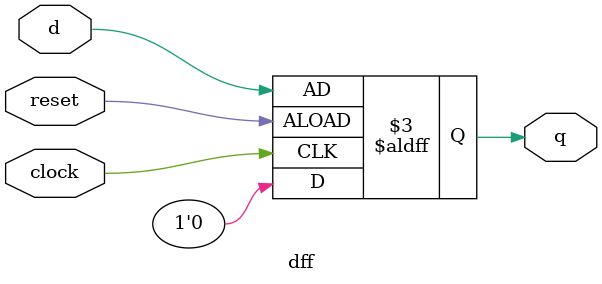
<source format=v>
module dff (input d,  
              input reset,  
              input clock,  
              output reg q);  
  
  always @ (posedge clock or negedge reset)  
    if (!reset)  
          q <= d;  
       else  
          q <= 0;  
endmodule  

</source>
